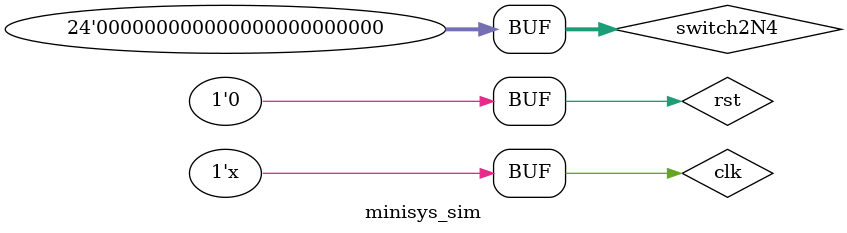
<source format=v>
`timescale 1ns / 1ps


module minisys_sim(
    );
    // input
    reg clk = 0;
    reg rst = 1;
    reg[23:0] switch2N4 = 24'h000000;
    
    wire[23:0] led2N4;
    wire[7:0] tube_data;
    wire[7:0] tube_addr;
    
    minisys u (.rst(rst),.clk(clk),.led2N4(led2N4),.switch2N4(switch2N4),
            .tube_data(tube_data),.tube_addr(tube_addr));
    
    initial begin
        #7000 rst = 0;

    end
        
    always #10 clk=~clk;
        
endmodule

</source>
